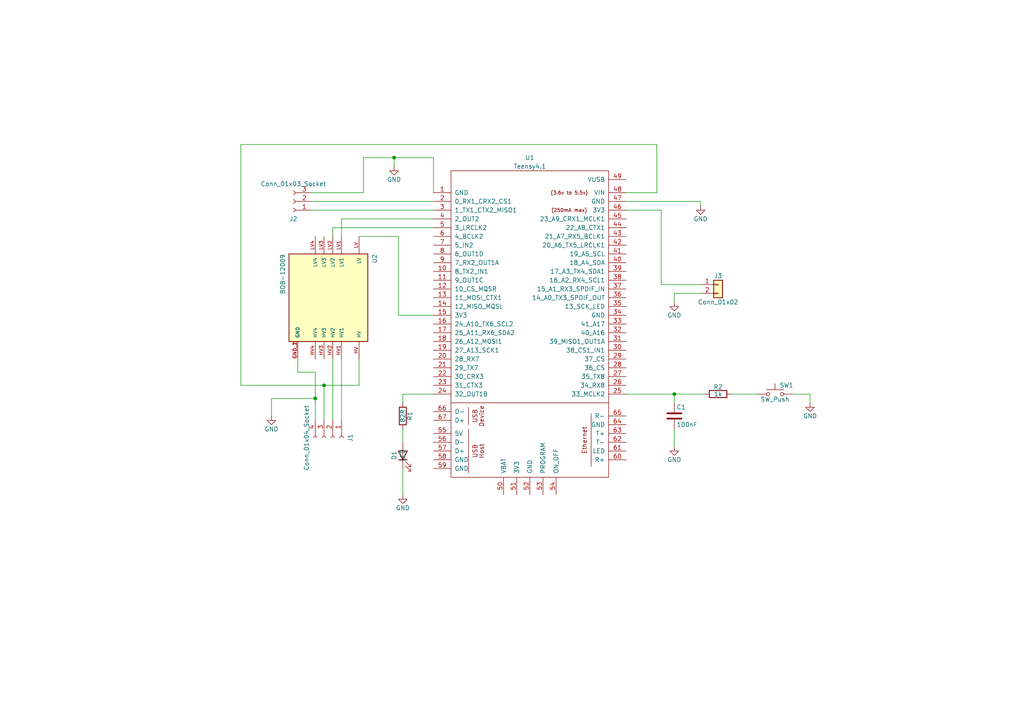
<source format=kicad_sch>
(kicad_sch (version 20230121) (generator eeschema)
  (paper "A4")
  (title_block (title "Pendulum Sender Controller") (date "2023-10-05") (rev "1.0") (company "University of Stuttgart") (comment 4 "Author: David Augustat"))
  (lib_symbols
    (symbol "BOB-12009:BOB-12009" (pin_names (offset 1.016))
      (property "Reference" "U" (at -12.7 11.43 0))
      (property "Value" "BOB-12009" (at -12.7 -15.24 0))
      (symbol "BOB-12009_0_0"
        (rectangle (start -12.7 -12.7) (end 12.7 10.16) (stroke (width 0.254)) (fill (type background)))
        (pin power_in line (at 17.78 -10.16 180) (length 5.08) (name "GND") (number "GND_1"))
        (pin power_in line (at 17.78 -10.16 180) (length 5.08) (name "GND") (number "GND_2"))
        (pin bidirectional line (at 17.78 7.62 180) (length 5.08) (name "HV") (number "HV"))
        (pin bidirectional line (at 17.78 2.54 180) (length 5.08) (name "HV1") (number "HV1"))
        (pin bidirectional line (at 17.78 0 180) (length 5.08) (name "HV2") (number "HV2"))
        (pin bidirectional line (at 17.78 -2.54 180) (length 5.08) (name "HV3") (number "HV3"))
        (pin bidirectional line (at 17.78 -5.08 180) (length 5.08) (name "HV4") (number "HV4"))
        (pin bidirectional line (at -17.78 7.62 0) (length 5.08) (name "LV") (number "LV"))
        (pin bidirectional line (at -17.78 2.54 0) (length 5.08) (name "LV1") (number "LV1"))
        (pin bidirectional line (at -17.78 0 0) (length 5.08) (name "LV2") (number "LV2"))
        (pin bidirectional line (at -17.78 -2.54 0) (length 5.08) (name "LV3") (number "LV3"))
        (pin bidirectional line (at -17.78 -5.08 0) (length 5.08) (name "LV4") (number "LV4"))
      )
    )
    (symbol "Connector:Conn_01x03_Socket" (pin_names (offset 1.016) hide)
      (property "Reference" "J" (at 0 5.08 0))
      (property "Value" "Conn_01x03_Socket" (at 0 -5.08 0))
      (symbol "Conn_01x03_Socket_1_1"
        (arc (start 0 -2.032) (mid -0.5058 -2.54) (end 0 -3.048) (stroke (width 0.1524)))
        (polyline (pts (xy -1.27 -2.54) (xy -0.508 -2.54)) (stroke (width 0.1524)))
        (polyline (pts (xy -1.27 0) (xy -0.508 0)) (stroke (width 0.1524)))
        (polyline (pts (xy -1.27 2.54) (xy -0.508 2.54)) (stroke (width 0.1524)))
        (arc (start 0 0.508) (mid -0.5058 0) (end 0 -0.508) (stroke (width 0.1524)))
        (arc (start 0 3.048) (mid -0.5058 2.54) (end 0 2.032) (stroke (width 0.1524)))
        (pin passive line (at -5.08 2.54 0) (length 3.81) (name "Pin_1") (number "1"))
        (pin passive line (at -5.08 0 0) (length 3.81) (name "Pin_2") (number "2"))
        (pin passive line (at -5.08 -2.54 0) (length 3.81) (name "Pin_3") (number "3"))
      )
    )
    (symbol "Connector:Conn_01x04_Socket" (pin_names (offset 1.016) hide)
      (property "Reference" "J" (at 0 5.08 0))
      (property "Value" "Conn_01x04_Socket" (at 0 -7.62 0))
      (symbol "Conn_01x04_Socket_1_1"
        (arc (start 0 -4.572) (mid -0.5058 -5.08) (end 0 -5.588) (stroke (width 0.1524)))
        (arc (start 0 -2.032) (mid -0.5058 -2.54) (end 0 -3.048) (stroke (width 0.1524)))
        (polyline (pts (xy -1.27 -5.08) (xy -0.508 -5.08)) (stroke (width 0.1524)))
        (polyline (pts (xy -1.27 -2.54) (xy -0.508 -2.54)) (stroke (width 0.1524)))
        (polyline (pts (xy -1.27 0) (xy -0.508 0)) (stroke (width 0.1524)))
        (polyline (pts (xy -1.27 2.54) (xy -0.508 2.54)) (stroke (width 0.1524)))
        (arc (start 0 0.508) (mid -0.5058 0) (end 0 -0.508) (stroke (width 0.1524)))
        (arc (start 0 3.048) (mid -0.5058 2.54) (end 0 2.032) (stroke (width 0.1524)))
        (pin passive line (at -5.08 2.54 0) (length 3.81) (name "Pin_1") (number "1"))
        (pin passive line (at -5.08 0 0) (length 3.81) (name "Pin_2") (number "2"))
        (pin passive line (at -5.08 -2.54 0) (length 3.81) (name "Pin_3") (number "3"))
        (pin passive line (at -5.08 -5.08 0) (length 3.81) (name "Pin_4") (number "4"))
      )
    )
    (symbol "Connector_Generic:Conn_01x02" (pin_names (offset 1.016) hide)
      (property "Reference" "J" (at 0 2.54 0))
      (property "Value" "Conn_01x02" (at 0 -5.08 0))
      (symbol "Conn_01x02_1_1"
        (rectangle (start -1.27 -2.413) (end 0 -2.667) (stroke (width 0.1524)))
        (rectangle (start -1.27 0.127) (end 0 -0.127) (stroke (width 0.1524)))
        (rectangle (start -1.27 1.27) (end 1.27 -3.81) (stroke (width 0.254)) (fill (type background)))
        (pin passive line (at -5.08 0 0) (length 3.81) (name "Pin_1") (number "1"))
        (pin passive line (at -5.08 -2.54 0) (length 3.81) (name "Pin_2") (number "2"))
      )
    )
    (symbol "Device:C" (pin_numbers hide) (pin_names (offset 0.254))
      (property "Reference" "C" (at 0.635 2.54 0))
      (property "Value" "C" (at 0.635 -2.54 0))
      (symbol "C_0_1"
        (polyline (pts (xy -2.032 -0.762) (xy 2.032 -0.762)) (stroke (width 0.508)))
        (polyline (pts (xy -2.032 0.762) (xy 2.032 0.762)) (stroke (width 0.508)))
      )
      (symbol "C_1_1"
        (pin passive line (at 0 3.81 270) (length 2.794) (name "~") (number "1"))
        (pin passive line (at 0 -3.81 90) (length 2.794) (name "~") (number "2"))
      )
    )
    (symbol "Device:LED" (pin_numbers hide) (pin_names (offset 1.016) hide)
      (property "Reference" "D" (at 0 2.54 0))
      (property "Value" "LED" (at 0 -2.54 0))
      (symbol "LED_0_1"
        (polyline (pts (xy -1.27 -1.27) (xy -1.27 1.27)) (stroke (width 0.254)))
        (polyline (pts (xy -1.27 0) (xy 1.27 0)))
        (polyline (pts (xy 1.27 -1.27) (xy 1.27 1.27) (xy -1.27 0) (xy 1.27 -1.27)) (stroke (width 0.254)))
        (polyline (pts (xy -3.048 -0.762) (xy -4.572 -2.286) (xy -3.81 -2.286) (xy -4.572 -2.286) (xy -4.572 -1.524)))
        (polyline (pts (xy -1.778 -0.762) (xy -3.302 -2.286) (xy -2.54 -2.286) (xy -3.302 -2.286) (xy -3.302 -1.524)))
      )
      (symbol "LED_1_1"
        (pin passive line (at -3.81 0 0) (length 2.54) (name "K") (number "1"))
        (pin passive line (at 3.81 0 180) (length 2.54) (name "A") (number "2"))
      )
    )
    (symbol "Device:R" (pin_numbers hide) (pin_names (offset 0))
      (property "Reference" "R" (at 2.032 0 90))
      (property "Value" "R" (at 0 0 90))
      (symbol "R_0_1"
        (rectangle (start -1.016 -2.54) (end 1.016 2.54) (stroke (width 0.254)))
      )
      (symbol "R_1_1"
        (pin passive line (at 0 3.81 270) (length 1.27) (name "~") (number "1"))
        (pin passive line (at 0 -3.81 90) (length 1.27) (name "~") (number "2"))
      )
    )
    (symbol "Switch:SW_Push" (pin_numbers hide) (pin_names (offset 1.016) hide)
      (property "Reference" "SW" (at 1.27 2.54 0))
      (property "Value" "SW_Push" (at 0 -1.524 0))
      (symbol "SW_Push_0_1"
        (circle (center -2.032 0) (radius 0.508))
        (polyline (pts (xy 0 1.27) (xy 0 3.048)))
        (polyline (pts (xy 2.54 1.27) (xy -2.54 1.27)))
        (circle (center 2.032 0) (radius 0.508))
        (pin passive line (at -5.08 0 0) (length 2.54) (name "1") (number "1"))
        (pin passive line (at 5.08 0 180) (length 2.54) (name "2") (number "2"))
      )
    )
    (symbol "power:GND" (power) (pin_names (offset 0))
      (property "Value" "GND" (at 0 -3.81 0))
      (symbol "GND_0_1"
        (polyline (pts (xy 0 0) (xy 0 -1.27) (xy 1.27 -1.27) (xy 0 -2.54) (xy -1.27 -1.27) (xy 0 -1.27)))
      )
      (symbol "GND_1_1"
        (pin power_in line (at 0 0 270) (length 0) hide (name "GND") (number "1"))
      )
    )
    (symbol "teensy:Teensy4.1" (pin_names (offset 1.016))
      (property "Reference" "U" (at 0 64.77 0))
      (property "Value" "Teensy4.1" (at 0 62.23 0))
      (symbol "Teensy4.1_0_0"
        (polyline (pts (xy -22.86 -6.35) (xy 22.86 -6.35)))
        (polyline (pts (xy -17.78 -26.67) (xy -17.78 -13.97)))
        (polyline (pts (xy -17.78 -7.62) (xy -17.78 -12.7)))
        (polyline (pts (xy 17.78 -9.525) (xy 17.78 -24.765)))
        (text "(250mA max)" (at 11.43 49.53 0) (effects (font (size 1.016 1.016))))
        (text "(3.6v to 5.5v)" (at 11.43 54.61 0) (effects (font (size 1.016 1.016))))
        (text "Device" (at -13.97 -10.16 900) (effects (font (size 1.27 1.27))))
        (text "Ethernet" (at 15.875 -17.145 900) (effects (font (size 1.27 1.27))))
        (text "Host" (at -13.97 -20.32 900) (effects (font (size 1.27 1.27))))
        (text "USB" (at -15.875 -20.32 900) (effects (font (size 1.27 1.27))))
        (text "USB" (at -15.875 -10.16 900) (effects (font (size 1.27 1.27))))
        (pin bidirectional line (at -27.94 31.75 0) (length 5.08) (name "8_TX2_IN1") (number "10"))
        (pin bidirectional line (at -27.94 29.21 0) (length 5.08) (name "9_OUT1C") (number "11"))
        (pin bidirectional line (at -27.94 26.67 0) (length 5.08) (name "10_CS_MQSR") (number "12"))
        (pin bidirectional line (at -27.94 24.13 0) (length 5.08) (name "11_MOSI_CTX1") (number "13"))
        (pin bidirectional line (at -27.94 21.59 0) (length 5.08) (name "12_MISO_MQSL") (number "14"))
        (pin power_in line (at -27.94 19.05 0) (length 5.08) (name "3V3") (number "15"))
        (pin bidirectional line (at -27.94 16.51 0) (length 5.08) (name "24_A10_TX6_SCL2") (number "16"))
        (pin bidirectional line (at -27.94 13.97 0) (length 5.08) (name "25_A11_RX6_SDA2") (number "17"))
        (pin bidirectional line (at -27.94 11.43 0) (length 5.08) (name "26_A12_MOSI1") (number "18"))
        (pin bidirectional line (at -27.94 8.89 0) (length 5.08) (name "27_A13_SCK1") (number "19"))
        (pin bidirectional line (at -27.94 6.35 0) (length 5.08) (name "28_RX7") (number "20"))
        (pin bidirectional line (at -27.94 3.81 0) (length 5.08) (name "29_TX7") (number "21"))
        (pin bidirectional line (at -27.94 1.27 0) (length 5.08) (name "30_CRX3") (number "22"))
        (pin bidirectional line (at -27.94 -1.27 0) (length 5.08) (name "31_CTX3") (number "23"))
        (pin bidirectional line (at -27.94 -3.81 0) (length 5.08) (name "32_OUT1B") (number "24"))
        (pin bidirectional line (at 27.94 -3.81 180) (length 5.08) (name "33_MCLK2") (number "25"))
        (pin bidirectional line (at 27.94 -1.27 180) (length 5.08) (name "34_RX8") (number "26"))
        (pin bidirectional line (at 27.94 1.27 180) (length 5.08) (name "35_TX8") (number "27"))
        (pin bidirectional line (at 27.94 3.81 180) (length 5.08) (name "36_CS") (number "28"))
        (pin bidirectional line (at 27.94 6.35 180) (length 5.08) (name "37_CS") (number "29"))
        (pin bidirectional line (at 27.94 8.89 180) (length 5.08) (name "38_CS1_IN1") (number "30"))
        (pin bidirectional line (at 27.94 11.43 180) (length 5.08) (name "39_MISO1_OUT1A") (number "31"))
        (pin bidirectional line (at 27.94 13.97 180) (length 5.08) (name "40_A16") (number "32"))
        (pin bidirectional line (at 27.94 16.51 180) (length 5.08) (name "41_A17") (number "33"))
        (pin bidirectional line (at 27.94 21.59 180) (length 5.08) (name "13_SCK_LED") (number "35"))
        (pin bidirectional line (at 27.94 24.13 180) (length 5.08) (name "14_A0_TX3_SPDIF_OUT") (number "36"))
        (pin bidirectional line (at 27.94 26.67 180) (length 5.08) (name "15_A1_RX3_SPDIF_IN") (number "37"))
        (pin bidirectional line (at 27.94 29.21 180) (length 5.08) (name "16_A2_RX4_SCL1") (number "38"))
        (pin bidirectional line (at 27.94 31.75 180) (length 5.08) (name "17_A3_TX4_SDA1") (number "39"))
        (pin bidirectional line (at 27.94 34.29 180) (length 5.08) (name "18_A4_SDA") (number "40"))
        (pin bidirectional line (at 27.94 36.83 180) (length 5.08) (name "19_A5_SCL") (number "41"))
        (pin bidirectional line (at 27.94 39.37 180) (length 5.08) (name "20_A6_TX5_LRCLK1") (number "42"))
        (pin bidirectional line (at 27.94 41.91 180) (length 5.08) (name "21_A7_RX5_BCLK1") (number "43"))
        (pin bidirectional line (at 27.94 44.45 180) (length 5.08) (name "22_A8_CTX1") (number "44"))
        (pin bidirectional line (at 27.94 46.99 180) (length 5.08) (name "23_A9_CRX1_MCLK1") (number "45"))
        (pin output line (at 27.94 49.53 180) (length 5.08) (name "3V3") (number "46"))
        (pin output line (at 27.94 52.07 180) (length 5.08) (name "GND") (number "47"))
        (pin power_in line (at 27.94 54.61 180) (length 5.08) (name "VIN") (number "48"))
        (pin power_out line (at 27.94 58.42 180) (length 5.08) (name "VUSB") (number "49"))
        (pin bidirectional line (at -27.94 44.45 0) (length 5.08) (name "3_LRCLK2") (number "5"))
        (pin power_in line (at -7.62 -33.02 90) (length 5.08) (name "VBAT") (number "50"))
        (pin power_in line (at -3.81 -33.02 90) (length 5.08) (name "3V3") (number "51"))
        (pin input line (at 0 -33.02 90) (length 5.08) (name "GND") (number "52"))
        (pin input line (at 3.81 -33.02 90) (length 5.08) (name "PROGRAM") (number "53"))
        (pin input line (at 7.62 -33.02 90) (length 5.08) (name "ON_OFF") (number "54"))
        (pin power_out line (at -27.94 -15.24 0) (length 5.08) (name "5V") (number "55"))
        (pin bidirectional line (at -27.94 -17.78 0) (length 5.08) (name "D-") (number "56"))
        (pin bidirectional line (at -27.94 -20.32 0) (length 5.08) (name "D+") (number "57"))
        (pin power_in line (at -27.94 -22.86 0) (length 5.08) (name "GND") (number "58"))
        (pin power_in line (at -27.94 -25.4 0) (length 5.08) (name "GND") (number "59"))
        (pin bidirectional line (at -27.94 41.91 0) (length 5.08) (name "4_BCLK2") (number "6"))
        (pin bidirectional line (at 27.94 -22.86 180) (length 5.08) (name "R+") (number "60"))
        (pin bidirectional line (at 27.94 -20.32 180) (length 5.08) (name "LED") (number "61"))
        (pin bidirectional line (at 27.94 -17.78 180) (length 5.08) (name "T-") (number "62"))
        (pin bidirectional line (at 27.94 -15.24 180) (length 5.08) (name "T+") (number "63"))
        (pin power_in line (at 27.94 -12.7 180) (length 5.08) (name "GND") (number "64"))
        (pin bidirectional line (at 27.94 -10.16 180) (length 5.08) (name "R-") (number "65"))
        (pin bidirectional line (at -27.94 -8.89 0) (length 5.08) (name "D-") (number "66"))
        (pin bidirectional line (at -27.94 -11.43 0) (length 5.08) (name "D+") (number "67"))
        (pin bidirectional line (at -27.94 39.37 0) (length 5.08) (name "5_IN2") (number "7"))
        (pin bidirectional line (at -27.94 36.83 0) (length 5.08) (name "6_OUT1D") (number "8"))
        (pin bidirectional line (at -27.94 34.29 0) (length 5.08) (name "7_RX2_OUT1A") (number "9"))
      )
      (symbol "Teensy4.1_0_1"
        (rectangle (start -22.86 60.96) (end 22.86 -27.94))
        (rectangle (start -20.32 -1.27) (end -20.32 -1.27))
      )
      (symbol "Teensy4.1_1_1"
        (pin power_in line (at -27.94 54.61 0) (length 5.08) (name "GND") (number "1"))
        (pin bidirectional line (at -27.94 52.07 0) (length 5.08) (name "0_RX1_CRX2_CS1") (number "2"))
        (pin bidirectional line (at -27.94 49.53 0) (length 5.08) (name "1_TX1_CTX2_MISO1") (number "3"))
        (pin power_in line (at 27.94 19.05 180) (length 5.08) (name "GND") (number "34"))
        (pin bidirectional line (at -27.94 46.99 0) (length 5.08) (name "2_OUT2") (number "4"))
      )
    )
  )
  (junction (at 93.98 111.76))
  (junction (at 91.44 115.57))
  (junction (at 195.58 114.3))
  (junction (at 114.3 45.72))
  (wire (pts (xy 181.61 60.96) (xy 191.77 60.96)))
  (wire (pts (xy 69.85 41.91) (xy 190.5 41.91)))
  (wire (pts (xy 229.87 114.3) (xy 234.95 114.3)))
  (wire (pts (xy 78.74 115.57) (xy 91.44 115.57)))
  (wire (pts (xy 90.17 60.96) (xy 125.73 60.96)))
  (wire (pts (xy 99.06 104.14) (xy 99.06 121.92)))
  (wire (pts (xy 116.84 114.3) (xy 116.84 116.84)))
  (wire (pts (xy 105.41 45.72) (xy 114.3 45.72)))
  (wire (pts (xy 105.41 55.88) (xy 105.41 45.72)))
  (wire (pts (xy 114.3 48.26) (xy 114.3 45.72)))
  (wire (pts (xy 125.73 91.44) (xy 115.57 91.44)))
  (wire (pts (xy 115.57 68.58) (xy 104.14 68.58)))
  (wire (pts (xy 96.52 68.58) (xy 96.52 66.04)))
  (wire (pts (xy 99.06 63.5) (xy 125.73 63.5)))
  (wire (pts (xy 195.58 114.3) (xy 204.47 114.3)))
  (wire (pts (xy 99.06 68.58) (xy 99.06 63.5)))
  (wire (pts (xy 104.14 111.76) (xy 93.98 111.76)))
  (wire (pts (xy 104.14 104.14) (xy 104.14 111.76)))
  (wire (pts (xy 195.58 114.3) (xy 195.58 116.84)))
  (wire (pts (xy 191.77 82.55) (xy 203.2 82.55)))
  (wire (pts (xy 116.84 124.46) (xy 116.84 128.27)))
  (wire (pts (xy 69.85 111.76) (xy 69.85 41.91)))
  (wire (pts (xy 86.36 104.14) (xy 86.36 107.95)))
  (wire (pts (xy 78.74 120.65) (xy 78.74 115.57)))
  (wire (pts (xy 114.3 45.72) (xy 125.73 45.72)))
  (wire (pts (xy 195.58 124.46) (xy 195.58 129.54)))
  (wire (pts (xy 190.5 41.91) (xy 190.5 55.88)))
  (wire (pts (xy 96.52 66.04) (xy 125.73 66.04)))
  (wire (pts (xy 190.5 55.88) (xy 181.61 55.88)))
  (wire (pts (xy 91.44 107.95) (xy 91.44 115.57)))
  (wire (pts (xy 181.61 58.42) (xy 203.2 58.42)))
  (wire (pts (xy 195.58 85.09) (xy 203.2 85.09)))
  (wire (pts (xy 125.73 45.72) (xy 125.73 55.88)))
  (wire (pts (xy 234.95 114.3) (xy 234.95 116.84)))
  (wire (pts (xy 212.09 114.3) (xy 219.71 114.3)))
  (wire (pts (xy 181.61 114.3) (xy 195.58 114.3)))
  (wire (pts (xy 125.73 114.3) (xy 116.84 114.3)))
  (wire (pts (xy 90.17 55.88) (xy 105.41 55.88)))
  (wire (pts (xy 115.57 91.44) (xy 115.57 68.58)))
  (wire (pts (xy 86.36 107.95) (xy 91.44 107.95)))
  (wire (pts (xy 90.17 58.42) (xy 125.73 58.42)))
  (wire (pts (xy 91.44 115.57) (xy 91.44 121.92)))
  (wire (pts (xy 195.58 87.63) (xy 195.58 85.09)))
  (wire (pts (xy 203.2 58.42) (xy 203.2 59.69)))
  (wire (pts (xy 191.77 60.96) (xy 191.77 82.55)))
  (wire (pts (xy 96.52 104.14) (xy 96.52 121.92)))
  (wire (pts (xy 93.98 111.76) (xy 93.98 121.92)))
  (wire (pts (xy 116.84 135.89) (xy 116.84 143.51)))
  (wire (pts (xy 93.98 111.76) (xy 69.85 111.76)))
  (symbol (lib_id "Device:R") (at 116.84 120.65 0) (unit 1)
    (property "Reference" "R1" (at 118.872 120.65 90))
    (property "Value" "82R" (at 116.84 120.65 90))
    (property "Footprint" "Resistor_THT:R_Axial_DIN0207_L6.3mm_D2.5mm_P10.16mm_Horizontal" (effects hide))
  )
  (symbol (lib_id "power:GND") (at 195.58 87.63 0) (unit 1)
    (property "Reference" "#PWR07" (effects hide))
    (property "Value" "GND" (at 195.58 91.44 0))
  )
  (symbol (lib_id "power:GND") (at 114.3 48.26 0) (unit 1)
    (property "Reference" "#PWR01" (effects hide))
    (property "Value" "GND" (at 114.3 52.07 0))
  )
  (symbol (lib_id "Connector:Conn_01x04_Socket") (at 96.52 127 270) (unit 1)
    (property "Reference" "J1" (at 101.6 127 0))
    (property "Value" "Conn_01x04_Socket" (at 88.9 127 0))
    (property "Footprint" "TerminalBlock:TerminalBlock_bornier-4_P5.08mm" (effects hide))
  )
  (symbol (lib_id "Connector:Conn_01x03_Socket") (at 85.09 58.42 180) (unit 1)
    (property "Reference" "J2" (at 85.09 63.5 0))
    (property "Value" "Conn_01x03_Socket" (at 85.09 53.34 0))
    (property "Footprint" "TerminalBlock:TerminalBlock_bornier-3_P5.08mm" (effects hide))
  )
  (symbol (lib_id "power:GND") (at 78.74 120.65 0) (unit 1)
    (property "Reference" "#PWR06" (effects hide))
    (property "Value" "GND" (at 78.74 124.46 0))
  )
  (symbol (lib_id "Device:C") (at 195.58 120.65 0) (unit 1)
    (property "Reference" "C1" (at 196.215 118.11 0) (effects (justify left)))
    (property "Value" "100nF" (at 196.215 123.19 0) (effects (justify left)))
    (property "Footprint" "Capacitor_THT:C_Disc_D4.7mm_W2.5mm_P5.00mm" (effects hide))
  )
  (symbol (lib_id "Switch:SW_Push") (at 224.79 114.3 0) (unit 1)
    (property "Reference" "SW1" (at 226.06 111.76 0) (effects (justify left)))
    (property "Value" "SW_Push" (at 224.79 115.824 0))
    (property "Footprint" "Button_Switch_THT:SW_PUSH_6mm_H5mm" (effects hide))
  )
  (symbol (lib_id "power:GND") (at 116.84 143.51 0) (unit 1)
    (property "Reference" "#PWR03" (effects hide))
    (property "Value" "GND" (at 116.84 147.32 0))
  )
  (symbol (lib_id "power:GND") (at 203.2 59.69 0) (unit 1)
    (property "Reference" "#PWR02" (effects hide))
    (property "Value" "GND" (at 203.2 63.5 0))
  )
  (symbol (lib_id "Connector_Generic:Conn_01x02") (at 208.28 82.55 0) (unit 1)
    (property "Reference" "J3" (at 208.28 80.01 0))
    (property "Value" "Conn_01x02" (at 208.28 87.63 0))
    (property "Footprint" "TerminalBlock:TerminalBlock_bornier-2_P5.08mm" (effects hide))
  )
  (symbol (lib_id "teensy:Teensy4.1") (at 153.67 110.49 0) (unit 1)
    (property "Reference" "U1" (at 153.67 45.72 0))
    (property "Value" "Teensy4.1" (at 153.67 48.26 0))
    (property "Footprint" "teensy.pretty-master:Teensy41" (effects hide))
  )
  (symbol (lib_id "Device:LED") (at 116.84 132.08 90) (unit 1)
    (property "Reference" "D1" (at 114.3 132.08 0))
    (property "Value" "LED" (at 116.84 132.08 0))
    (property "Footprint" "LED_THT:LED_D3.0mm" (effects hide))
  )
  (symbol (lib_id "power:GND") (at 195.58 129.54 0) (unit 1)
    (property "Reference" "#PWR05" (effects hide))
    (property "Value" "GND" (at 195.58 133.35 0))
  )
  (symbol (lib_id "BOB-12009:BOB-12009") (at 96.52 86.36 270) (unit 1)
    (property "Reference" "U2" (at 107.95 73.66 0) (effects (justify left bottom)))
    (property "Value" "BOB-12009" (at 81.28 73.66 0) (effects (justify left bottom)))
    (property "Footprint" "BOB-12009:CONV_BOB-12009" (effects hide))
    (property "MF" "SparkFun" (effects hide))
    (property "MAXIMUM_PACKAGE_HEIGHT" "N/A" (effects hide))
    (property "Package" "None" (effects hide))
    (property "Price" "None" (effects hide))
    (property "Check_prices" "https://www.snapeda.com/parts/BOB-12009/SparkFun+Electronics/view-part/?ref=eda" (effects hide))
    (property "STANDARD" "Manufacturer Recommendations" (effects hide))
    (property "PARTREV" "01" (effects hide))
    (property "SnapEDA_Link" "https://www.snapeda.com/parts/BOB-12009/SparkFun+Electronics/view-part/?ref=snap" (effects hide))
    (property "MP" "BOB-12009" (effects hide))
    (property "Purchase-URL" "https://www.snapeda.com/api/url_track_click_mouser/?unipart_id=551764&manufacturer=SparkFun&part_name=BOB-12009&search_term=None" (effects hide))
    (property "Description" "\nBSS138 Logic-Level Translator Interface Evaluation Board\n" (effects hide))
    (property "Availability" "In Stock" (effects hide))
    (property "MANUFACTURER" "SparkFun Electronics" (effects hide))
  )
  (symbol (lib_id "power:GND") (at 234.95 116.84 0) (unit 1)
    (property "Reference" "#PWR04" (effects hide))
    (property "Value" "GND" (at 234.95 120.65 0))
  )
  (symbol (lib_id "Device:R") (at 208.28 114.3 90) (unit 1)
    (property "Reference" "R2" (at 208.28 112.268 90))
    (property "Value" "1k" (at 208.28 114.3 90))
    (property "Footprint" "Resistor_THT:R_Axial_DIN0207_L6.3mm_D2.5mm_P10.16mm_Horizontal" (effects hide))
  )
)
</source>
